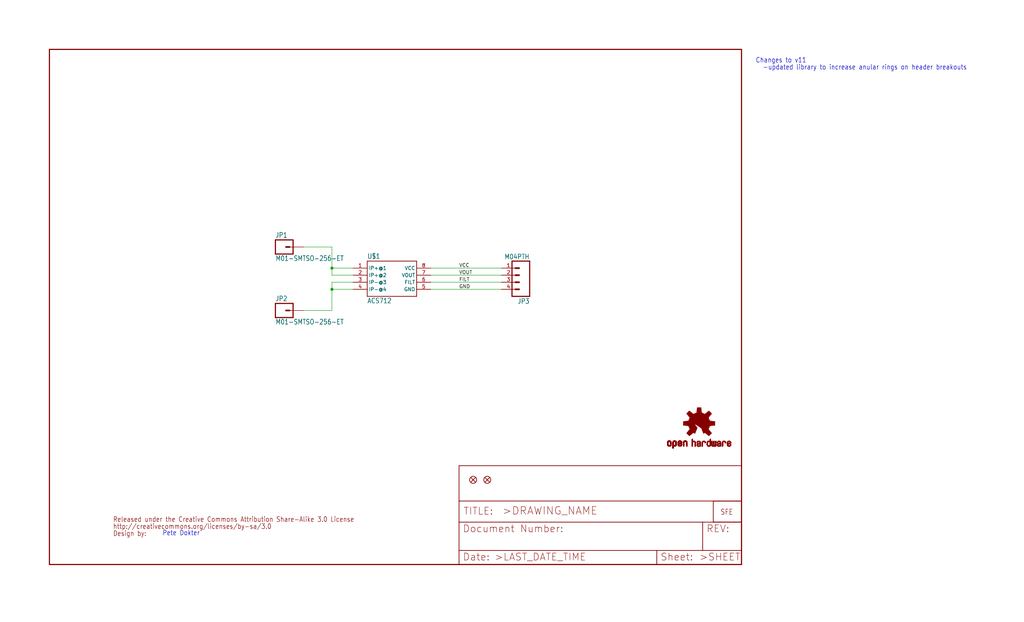
<source format=kicad_sch>
(kicad_sch (version 20211123) (generator eeschema)
  (paper "User" 368.3 223.926)
  (lib_symbols
    (symbol "eagleSchem-eagle-import:ACS712"
      (property "Value" "ACS712" (at -10.16 -7.62 0))
      (symbol "ACS712_1_0"
        (pin bidirectional line (at -15.24 5.08 0) (length 5.08) (name "IP+@1") (number "1"))
        (pin bidirectional line (at -15.24 2.54 0) (length 5.08) (name "IP+@2") (number "2"))
        (pin bidirectional line (at -15.24 0 0) (length 5.08) (name "IP-@3") (number "3"))
        (pin bidirectional line (at -15.24 -2.54 0) (length 5.08) (name "IP-@4") (number "4"))
        (pin bidirectional line (at 12.7 -2.54 180) (length 5.08) (name "GND") (number "5"))
        (pin bidirectional line (at 12.7 0 180) (length 5.08) (name "FILT") (number "6"))
        (pin bidirectional line (at 12.7 2.54 180) (length 5.08) (name "VOUT") (number "7"))
        (pin bidirectional line (at 12.7 5.08 180) (length 5.08) (name "VCC") (number "8"))
      )
    )
    (symbol "eagleSchem-eagle-import:CREATIVE_COMMONS"
      (symbol "CREATIVE_COMMONS_1_0"
        (text "Design by:" (at 0 0 0) (effects (font (size 1.778 1.5113)) (justify left bottom)))
        (text "http://creativecommons.org/licenses/by-sa/3.0" (at 0 2.54 0) (effects (font (size 1.778 1.5113)) (justify left bottom)))
        (text "Released under the Creative Commons Attribution Share-Alike 3.0 License" (at 0 5.08 0) (effects (font (size 1.778 1.5113)) (justify left bottom)))
      )
    )
    (symbol "eagleSchem-eagle-import:FIDUCIALUFIDUCIAL")
    (symbol "eagleSchem-eagle-import:FRAME-LETTER"
      (symbol "FRAME-LETTER_2_0"
        (text ">DRAWING_NAME" (at 15.494 17.78 0) (effects (font (size 2.7432 2.7432)) (justify left bottom)))
        (text ">LAST_DATE_TIME" (at 12.7 1.27 0) (effects (font (size 2.54 2.54)) (justify left bottom)))
        (text ">SHEET" (at 86.36 1.27 0) (effects (font (size 2.54 2.54)) (justify left bottom)))
        (text "Date:" (at 1.27 1.27 0) (effects (font (size 2.54 2.54)) (justify left bottom)))
        (text "Document Number:" (at 1.27 11.43 0) (effects (font (size 2.54 2.54)) (justify left bottom)))
        (text "REV:" (at 88.9 11.43 0) (effects (font (size 2.54 2.54)) (justify left bottom)))
        (text "Sheet:" (at 72.39 1.27 0) (effects (font (size 2.54 2.54)) (justify left bottom)))
        (text "TITLE:" (at 1.524 17.78 0) (effects (font (size 2.54 2.54)) (justify left bottom)))
      )
    )
    (symbol "eagleSchem-eagle-import:LOGO-FLAME-LARGE"
      (symbol "LOGO-FLAME-LARGE_1_0"
        (text "SFE" (at 0 0 0) (effects (font (size 1.9304 1.6408)) (justify left bottom)))
      )
    )
    (symbol "eagleSchem-eagle-import:M01-SMTSO-256-ET"
      (property "Reference" "JP" (at -2.54 3.302 0))
      (property "Value" "M01-SMTSO-256-ET" (at -2.54 -5.08 0))
      (symbol "M01-SMTSO-256-ET_1_0"
        (pin passive line (at 7.62 0 180) (length 5.08) (name "1") (number "P$1"))
      )
    )
    (symbol "eagleSchem-eagle-import:M04PTH"
      (property "Reference" "JP" (at -5.08 8.382 0))
      (property "Value" "M04PTH" (at -5.08 -7.62 0))
      (symbol "M04PTH_1_0"
        (pin passive line (at 5.08 -2.54 180) (length 5.08) (name "1") (number "1"))
        (pin passive line (at 5.08 0 180) (length 5.08) (name "2") (number "2"))
        (pin passive line (at 5.08 2.54 180) (length 5.08) (name "3") (number "3"))
        (pin passive line (at 5.08 5.08 180) (length 5.08) (name "4") (number "4"))
      )
    )
    (symbol "eagleSchem-eagle-import:OSHW-LOGOS")
  )
  (junction (at 119.38 104.14))
  (junction (at 119.38 96.52))
  (wire (pts (xy 119.38 111.76) (xy 109.22 111.76)))
  (wire (pts (xy 119.38 96.52) (xy 127 96.52)))
  (wire (pts (xy 127 101.6) (xy 119.38 101.6)))
  (wire (pts (xy 127 104.14) (xy 119.38 104.14)))
  (wire (pts (xy 154.94 101.6) (xy 180.34 101.6)))
  (wire (pts (xy 127 99.06) (xy 119.38 99.06)))
  (wire (pts (xy 119.38 99.06) (xy 119.38 96.52)))
  (wire (pts (xy 154.94 96.52) (xy 180.34 96.52)))
  (wire (pts (xy 119.38 104.14) (xy 119.38 111.76)))
  (wire (pts (xy 119.38 88.9) (xy 119.38 96.52)))
  (wire (pts (xy 109.22 88.9) (xy 119.38 88.9)))
  (wire (pts (xy 119.38 101.6) (xy 119.38 104.14)))
  (wire (pts (xy 180.34 104.14) (xy 154.94 104.14)))
  (wire (pts (xy 180.34 99.06) (xy 154.94 99.06)))
  (text "-updated library to increase anular rings on header breakouts" (at 274.32 25.4 0) (effects (font (size 1.778 1.5113)) (justify left bottom)))
  (text "Changes to v11" (at 271.78 22.86 180) (effects (font (size 1.778 1.5113)) (justify left bottom)))
  (text "Pete Dokter" (at 58.42 193.04 180) (effects (font (size 1.778 1.5113)) (justify left bottom)))
  (label "GND" (at 165.1 104.14 0) (effects (font (size 1.2446 1.2446))))
  (label "VCC" (at 165.1 96.52 0) (effects (font (size 1.2446 1.2446))))
  (label "FILT" (at 165.1 101.6 0) (effects (font (size 1.2446 1.2446))))
  (label "VOUT" (at 165.1 99.06 0) (effects (font (size 1.2446 1.2446))))
  (symbol (lib_id "eagleSchem-eagle-import:FRAME-LETTER") (at 165.1 203.2 0) (unit 2)
    (property "Reference" "#FRAME1" (effects hide))
    (property "Value" "FRAME-LETTER" (effects hide))
    (property "Footprint" "eagleSchem:" (effects hide))
  )
  (symbol (lib_id "eagleSchem-eagle-import:OSHW-LOGOS") (at 251.46 152.4 0) (unit 1)
    (property "Reference" "U$3" (effects hide))
    (property "Value" "OSHW-LOGOS" (effects hide))
    (property "Footprint" "eagleSchem:OSHW-LOGO-S" (effects hide))
  )
  (symbol (lib_id "eagleSchem-eagle-import:CREATIVE_COMMONS") (at 40.64 193.04 0) (unit 1)
    (property "Reference" "U$4" (effects hide))
    (property "Value" "CREATIVE_COMMONS" (effects hide))
    (property "Footprint" "eagleSchem:CREATIVE_COMMONS" (effects hide))
  )
  (symbol (lib_id "eagleSchem-eagle-import:M04PTH") (at 185.42 99.06 180) (unit 1)
    (property "Reference" "JP3" (at 190.5 107.442 0) (effects (font (size 1.778 1.5113)) (justify left bottom)))
    (property "Value" "M04PTH" (at 190.5 91.44 0) (effects (font (size 1.778 1.5113)) (justify left bottom)))
    (property "Footprint" "eagleSchem:1X04" (effects hide))
  )
  (symbol (lib_id "eagleSchem-eagle-import:M01-SMTSO-256-ET") (at 101.6 88.9 0) (unit 1)
    (property "Reference" "JP1" (at 99.06 85.598 0) (effects (font (size 1.778 1.5113)) (justify left bottom)))
    (property "Value" "M01-SMTSO-256-ET" (at 99.06 93.98 0) (effects (font (size 1.778 1.5113)) (justify left bottom)))
    (property "Footprint" "eagleSchem:SMTSO-256-ET" (effects hide))
  )
  (symbol (lib_id "eagleSchem-eagle-import:LOGO-FLAME-LARGE") (at 259.08 185.42 0) (unit 1)
    (property "Reference" "U$2" (effects hide))
    (property "Value" "LOGO-FLAME-LARGE" (effects hide))
    (property "Footprint" "eagleSchem:LOGO-FLAME-LARGE" (effects hide))
  )
  (symbol (lib_id "eagleSchem-eagle-import:ACS712") (at 142.24 101.6 0) (unit 1)
    (property "Reference" "U$1" (at 132.08 93.218 0) (effects (font (size 1.778 1.5113)) (justify left bottom)))
    (property "Value" "ACS712" (at 132.08 109.22 0) (effects (font (size 1.778 1.5113)) (justify left bottom)))
    (property "Footprint" "eagleSchem:SO08" (effects hide))
  )
  (symbol (lib_id "eagleSchem-eagle-import:FIDUCIALUFIDUCIAL") (at 170.18 172.72 0) (unit 1)
    (property "Reference" "JP4" (effects hide))
    (property "Value" "FIDUCIALUFIDUCIAL" (effects hide))
    (property "Footprint" "eagleSchem:MICRO-FIDUCIAL" (effects hide))
  )
  (symbol (lib_id "eagleSchem-eagle-import:FIDUCIALUFIDUCIAL") (at 175.26 172.72 0) (unit 1)
    (property "Reference" "JP5" (effects hide))
    (property "Value" "FIDUCIALUFIDUCIAL" (effects hide))
    (property "Footprint" "eagleSchem:MICRO-FIDUCIAL" (effects hide))
  )
  (symbol (lib_id "eagleSchem-eagle-import:M01-SMTSO-256-ET") (at 101.6 111.76 0) (unit 1)
    (property "Reference" "JP2" (at 99.06 108.458 0) (effects (font (size 1.778 1.5113)) (justify left bottom)))
    (property "Value" "M01-SMTSO-256-ET" (at 99.06 116.84 0) (effects (font (size 1.778 1.5113)) (justify left bottom)))
    (property "Footprint" "eagleSchem:SMTSO-256-ET" (effects hide))
  )
  (symbol (lib_id "eagleSchem-eagle-import:FRAME-LETTER") (at 17.78 203.2 0) (unit 1)
    (property "Reference" "#FRAME1" (effects hide))
    (property "Value" "FRAME-LETTER" (effects hide))
    (property "Footprint" "eagleSchem:" (effects hide))
  )
)
</source>
